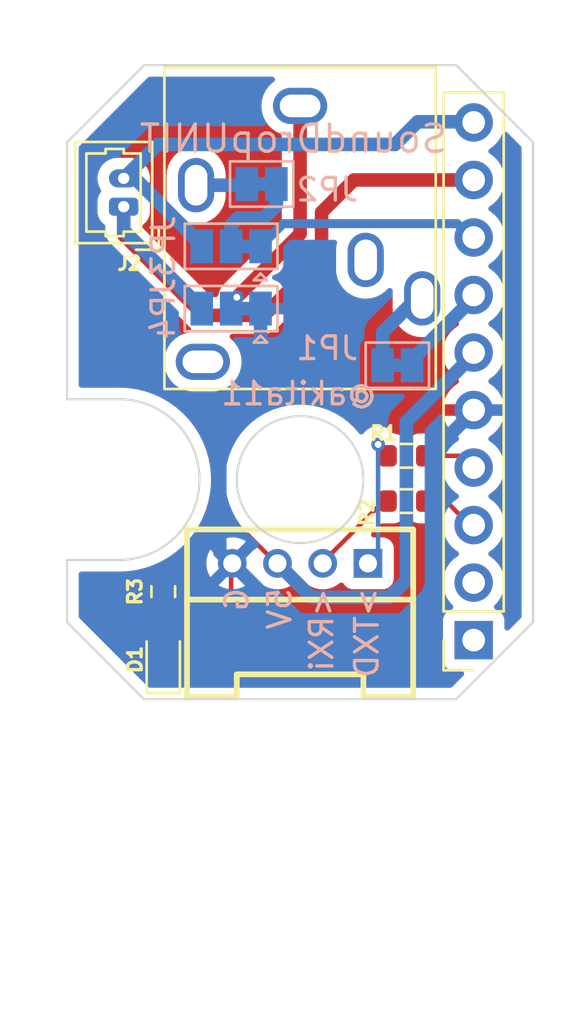
<source format=kicad_pcb>
(kicad_pcb (version 20211014) (generator pcbnew)
  (layers (0 "F.Cu" signal) (31 "B.Cu" signal) (34 "B.Paste" user) (35 "F.Paste" user) (36 "B.SilkS" user "B.Silkscreen") (37 "F.SilkS" user "F.Silkscreen") (38 "B.Mask" user) (39 "F.Mask" user) (44 "Edge.Cuts" user))
  (net 0 "")
  (net 1 "+5V")
  (net 2 "GND")
  (net 3 "Net-(CN1-Pad1)")
  (net 4 "Net-(CN1-Pad2)")
  (net 5 "/OL")
  (net 6 "/BUSY")
  (net 7 "/RX")
  (net 8 "/TX")
  (net 9 "/DACR")
  (net 10 "/DACL")
  (net 11 "/SPK-")
  (net 12 "/SPK+")
  (net 13 "Net-(J3-PadS)")
  (net 14 "Net-(JP2-Pad1)")
  (net 15 "Net-(J3-PadT)")
  (net 16 "Net-(D1-Pad2)")
  (net 17 "Net-(J3-PadG)")
  (footprint "akita:CON_GROVE_H" (layer "F.Cu") (at 10.3 22 180)
    (fp_text reference "CN1" hide)
    (fp_text value "CON_GROVE")
    (fp_line (start 2.8 -4.9) (end 2.8 -5.9) (layer "F.SilkS") (width 0.254))
    (fp_line (start -5 -5.9) (end -5 -1.6) (layer "F.SilkS") (width 0.254))
    (fp_line (start -2.8 -5.9) (end -2.8 -4.9) (layer "F.SilkS") (width 0.254))
    (fp_line (start -5 -1.6) (end 5 -1.6) (layer "F.SilkS") (width 0.254))
    (fp_line (start -5 -5.9) (end -2.8 -5.9) (layer "F.SilkS") (width 0.254))
    (fp_line (start 5 -1.6) (end 5 -5.9) (layer "F.SilkS") (width 0.254))
    (fp_line (start -5 1.5) (end 5 1.5) (layer "F.SilkS") (width 0.254))
    (fp_line (start -5 -1.6) (end -5 1.5) (layer "F.SilkS") (width 0.254))
    (fp_line (start -5 -1) (end -5 1) (layer "F.SilkS") (width 0.127))
    (fp_line (start 5 1.5) (end 5 -1.6) (layer "F.SilkS") (width 0.254))
    (fp_line (start -2.8 -4.9) (end 2.8 -4.9) (layer "F.SilkS") (width 0.254))
    (fp_line (start 2.8 -5.9) (end 5 -5.9) (layer "F.SilkS") (width 0.254))
    (pad "1" thru_hole rect (at -3 0 180) (size 1.27 1.27) (drill 0.8) (layers *.Cu *.Mask) (net 3 "Net-(CN1-Pad1)"))
    (pad "2" thru_hole circle (at -1 0 180) (size 1.27 1.27) (drill 0.8) (layers *.Cu *.Mask) (net 4 "Net-(CN1-Pad2)"))
    (pad "3" thru_hole circle (at 1 0 180) (size 1.27 1.27) (drill 0.8) (layers *.Cu *.Mask) (net 1 "+5V"))
    (pad "4" thru_hole circle (at 3 0 180) (size 1.27 1.27) (drill 0.8) (layers *.Cu *.Mask) (net 2 "GND"))
  )
  (footprint "Connector_PinSocket_2.54mm:PinSocket_1x10_P2.54mm_Vertical" (layer "F.Cu") (at 17.975 25.39 180)
    (fp_text reference "J1" hide)
    (fp_text value "Conn_01x10")
    (fp_line (start 1.33 -1.33) (end 1.33 0) (layer "F.SilkS") (width 0.12))
    (fp_line (start 0 -1.33) (end 1.33 -1.33) (layer "F.SilkS") (width 0.12))
    (fp_line (start -1.33 24.19) (end 1.33 24.19) (layer "F.SilkS") (width 0.12))
    (fp_line (start -1.33 1.27) (end 1.33 1.27) (layer "F.SilkS") (width 0.12))
    (fp_line (start -1.33 1.27) (end -1.33 24.19) (layer "F.SilkS") (width 0.12))
    (fp_line (start 1.33 1.27) (end 1.33 24.19) (layer "F.SilkS") (width 0.12))
    (pad "1" thru_hole rect locked (at 0 0 180) (size 1.7 1.7) (drill 1) (layers *.Cu *.Mask) (net 5 "/OL"))
    (pad "2" thru_hole oval locked (at 0 2.54 180) (size 1.7 1.7) (drill 1) (layers *.Cu *.Mask) (net 6 "/BUSY"))
    (pad "3" thru_hole oval locked (at 0 5.08 180) (size 1.7 1.7) (drill 1) (layers *.Cu *.Mask) (net 7 "/RX"))
    (pad "4" thru_hole oval locked (at 0 7.62 180) (size 1.7 1.7) (drill 1) (layers *.Cu *.Mask) (net 8 "/TX"))
    (pad "5" thru_hole oval locked (at 0 10.16 180) (size 1.7 1.7) (drill 1) (layers *.Cu *.Mask) (net 2 "GND"))
    (pad "6" thru_hole oval locked (at 0 12.7 180) (size 1.7 1.7) (drill 1) (layers *.Cu *.Mask) (net 1 "+5V"))
    (pad "7" thru_hole oval locked (at 0 15.24 180) (size 1.7 1.7) (drill 1) (layers *.Cu *.Mask) (net 9 "/DACR"))
    (pad "8" thru_hole oval locked (at 0 17.78 180) (size 1.7 1.7) (drill 1) (layers *.Cu *.Mask) (net 10 "/DACL"))
    (pad "9" thru_hole oval locked (at 0 20.32 180) (size 1.7 1.7) (drill 1) (layers *.Cu *.Mask) (net 11 "/SPK-"))
    (pad "10" thru_hole oval locked (at 0 22.86 180) (size 1.7 1.7) (drill 1) (layers *.Cu *.Mask) (net 12 "/SPK+"))
  )
  (footprint "Resistor_SMD:R_0603_1608Metric" (layer "F.Cu") (at 15 19.25)
    (fp_text reference "R2" (at -1.75 0.5 270) (layer "F.SilkS") (effects (font (size 0.6 0.6))))
    (fp_text value "1k")
    (fp_line (start -0.237258 -0.5225) (end 0.237258 -0.5225) (layer "F.SilkS") (width 0.12))
    (fp_line (start -0.237258 0.5225) (end 0.237258 0.5225) (layer "F.SilkS") (width 0.12))
    (pad "1" smd roundrect locked (at -0.825 0) (size 0.8 0.95) (layers "F.Cu" "F.Paste" "F.Mask") (net 4 "Net-(CN1-Pad2)"))
    (pad "2" smd roundrect locked (at 0.825 0) (size 0.8 0.95) (layers "F.Cu" "F.Paste" "F.Mask") (net 7 "/RX"))
  )
  (footprint "Connector_Molex:Molex_PicoBlade_53047-0210_1x02_P1.25mm_Vertical" (layer "F.Cu") (at 2.5 6.25 90)
    (fp_text reference "J2" (at -2.5 0.25 180) (layer "F.SilkS") (effects (font (size 0.6 0.6))))
    (fp_text value "Conn_01x02")
    (fp_line (start 2.55 0) (end 2.55 -0.8) (layer "F.SilkS") (width 0.12))
    (fp_line (start 2.35 0) (end 2.55 0) (layer "F.SilkS") (width 0.12))
    (fp_line (start -1.1 0) (end -1.3 0) (layer "F.SilkS") (width 0.12))
    (fp_line (start 2.55 -0.8) (end 2.35 -0.8) (layer "F.SilkS") (width 0.12))
    (fp_line (start 0.625 0.75) (end 2.35 0.75) (layer "F.SilkS") (width 0.12))
    (fp_line (start -1.3 -0.8) (end -1.1 -0.8) (layer "F.SilkS") (width 0.12))
    (fp_line (start 0.625 0.75) (end -1.1 0.75) (layer "F.SilkS") (width 0.12))
    (fp_line (start 2.35 -1.65) (end 0.625 -1.65) (layer "F.SilkS") (width 0.12))
    (fp_line (start -1.1 -0.8) (end -1.1 -1.65) (layer "F.SilkS") (width 0.12))
    (fp_line (start 2.35 -0.8) (end 2.35 -1.65) (layer "F.SilkS") (width 0.12))
    (fp_line (start -1.9 1.55) (end -1.9 0.55) (layer "F.SilkS") (width 0.12))
    (fp_line (start -1.61 -2.16) (end -1.61 1.26) (layer "F.SilkS") (width 0.12))
    (fp_line (start 2.86 -2.16) (end -1.61 -2.16) (layer "F.SilkS") (width 0.12))
    (fp_line (start -1.61 1.26) (end 2.86 1.26) (layer "F.SilkS") (width 0.12))
    (fp_line (start 2.86 1.26) (end 2.86 -2.16) (layer "F.SilkS") (width 0.12))
    (fp_line (start 2.35 0.75) (end 2.35 0) (layer "F.SilkS") (width 0.12))
    (fp_line (start -1.1 0.75) (end -1.1 0) (layer "F.SilkS") (width 0.12))
    (fp_line (start -1.3 0) (end -1.3 -0.8) (layer "F.SilkS") (width 0.12))
    (fp_line (start -1.9 1.55) (end -0.9 1.55) (layer "F.SilkS") (width 0.12))
    (fp_line (start -1.1 -1.65) (end 0.625 -1.65) (layer "F.SilkS") (width 0.12))
    (pad "1" thru_hole roundrect locked (at 0 0 90) (size 0.8 1.3) (drill 0.5) (layers *.Cu *.Mask) (net 11 "/SPK-"))
    (pad "2" thru_hole oval locked (at 1.25 0 90) (size 0.8 1.3) (drill 0.5) (layers *.Cu *.Mask) (net 12 "/SPK+"))
  )
  (footprint "akita:CON_AJ-1780" (layer "F.Cu") (at 10.3 7.2 -90)
    (fp_text reference "J3" hide)
    (fp_text value "AudioJack2_Ground_Switch")
    (fp_rect (start -7.1 -6) (end 7.1 6) (layer "F.SilkS") (width 0.12) (fill none))
    (pad "G" thru_hole oval (at -5.4 0) (size 2.4 1.6) (drill oval 1.8 1) (layers *.Cu *.Mask) (net 17 "Net-(J3-PadG)"))
    (pad "S" thru_hole oval (at 3.1 -5.4 270) (size 2.4 1.6) (drill oval 1.8 1) (layers *.Cu *.Mask) (net 13 "Net-(J3-PadS)"))
    (pad "SN" thru_hole oval (at 1.4 -2.9 270) (size 2.4 1.6) (drill oval 1.8 1) (layers *.Cu *.Mask))
    (pad "T" thru_hole oval (at -1.9 4.6 270) (size 2.4 1.6) (drill oval 1.8 1) (layers *.Cu *.Mask) (net 15 "Net-(J3-PadT)"))
    (pad "TN" thru_hole oval (at 5.9 4.3 180) (size 2.4 1.6) (drill oval 1.8 1) (layers *.Cu *.Mask))
  )
  (footprint "LED_SMD:LED_0603_1608Metric" (layer "F.Cu") (at 4.25 26.25 90)
    (fp_text reference "D1" (at 0 -1.25 90) (layer "F.SilkS") (effects (font (size 0.6 0.6))))
    (fp_text value "LED")
    (fp_line (start -1.485 0.735) (end 0.8 0.735) (layer "F.SilkS") (width 0.12))
    (fp_line (start -1.485 -0.735) (end -1.485 0.735) (layer "F.SilkS") (width 0.12))
    (fp_line (start 0.8 -0.735) (end -1.485 -0.735) (layer "F.SilkS") (width 0.12))
    (pad "1" smd roundrect locked (at -0.7875 0 90) (size 0.875 0.95) (layers "F.Cu" "F.Paste" "F.Mask") (net 2 "GND"))
    (pad "2" smd roundrect locked (at 0.7875 0 90) (size 0.875 0.95) (layers "F.Cu" "F.Paste" "F.Mask") (net 16 "Net-(D1-Pad2)"))
  )
  (footprint "Resistor_SMD:R_0603_1608Metric" (layer "F.Cu") (at 4.25 23.25 90)
    (fp_text reference "R3" (at 0 -1.25 90) (layer "F.SilkS") (effects (font (size 0.6 0.6))))
    (fp_text value "1k")
    (fp_line (start -0.237258 0.5225) (end 0.237258 0.5225) (layer "F.SilkS") (width 0.12))
    (fp_line (start -0.237258 -0.5225) (end 0.237258 -0.5225) (layer "F.SilkS") (width 0.12))
    (pad "1" smd roundrect locked (at -0.825 0 90) (size 0.8 0.95) (layers "F.Cu" "F.Paste" "F.Mask") (net 16 "Net-(D1-Pad2)"))
    (pad "2" smd roundrect locked (at 0.825 0 90) (size 0.8 0.95) (layers "F.Cu" "F.Paste" "F.Mask") (net 1 "+5V"))
  )
  (footprint "Resistor_SMD:R_0603_1608Metric" (layer "F.Cu") (at 15 17.25)
    (fp_text reference "R1" (at -1 -1 180) (layer "F.SilkS") (effects (font (size 0.6 0.6))))
    (fp_text value "1k")
    (fp_line (start -0.237258 -0.5225) (end 0.237258 -0.5225) (layer "F.SilkS") (width 0.12))
    (fp_line (start -0.237258 0.5225) (end 0.237258 0.5225) (layer "F.SilkS") (width 0.12))
    (pad "1" smd roundrect locked (at -0.825 0) (size 0.8 0.95) (layers "F.Cu" "F.Paste" "F.Mask") (net 3 "Net-(CN1-Pad1)"))
    (pad "2" smd roundrect locked (at 0.825 0) (size 0.8 0.95) (layers "F.Cu" "F.Paste" "F.Mask") (net 8 "/TX"))
  )
  (footprint "Jumper:SolderJumper-2_P1.3mm_Bridged_Pad1.0x1.5mm" (layer "B.Cu") (at 14.6 13.25 180)
    (fp_text reference "JP1" (at 3.1 0.75 180) (layer "B.SilkS") (effects (justify mirror)))
    (fp_text value "Jumper_2_Bridged")
    (fp_poly (pts (xy -0.25 0.3) (xy 0.25 0.3) (xy 0.25 -0.3) (xy -0.25 -0.3)) (layer "B.Cu") (width 0) (fill solid))
    (fp_line (start -1.4 -1) (end -1.4 1) (layer "B.SilkS") (width 0.12))
    (fp_line (start 1.4 -1) (end -1.4 -1) (layer "B.SilkS") (width 0.12))
    (fp_line (start 1.4 1) (end 1.4 -1) (layer "B.SilkS") (width 0.12))
    (fp_line (start -1.4 1) (end 1.4 1) (layer "B.SilkS") (width 0.12))
    (pad "1" smd rect locked (at -0.65 0 180) (size 1 1.5) (layers "B.Cu" "B.Mask") (net 9 "/DACR"))
    (pad "2" smd rect locked (at 0.65 0 180) (size 1 1.5) (layers "B.Cu" "B.Mask") (net 13 "Net-(J3-PadS)"))
  )
  (footprint "Jumper:SolderJumper-3_P1.3mm_Bridged12_Pad1.0x1.5mm" (layer "B.Cu") (at 7.25 10.75 180)
    (fp_text reference "JP4" (at 3 0 90) (layer "B.SilkS") (effects (justify mirror)))
    (fp_text value "SolderJumper_3_Bridged12")
    (fp_poly (pts (xy -0.9 0.3) (xy -0.4 0.3) (xy -0.4 -0.3) (xy -0.9 -0.3)) (layer "B.Cu") (width 0) (fill solid))
    (fp_line (start -2.05 1) (end 2.05 1) (layer "B.SilkS") (width 0.12))
    (fp_line (start -2.05 -1) (end -2.05 1) (layer "B.SilkS") (width 0.12))
    (fp_line (start -1.3 -1.2) (end -1.6 -1.5) (layer "B.SilkS") (width 0.12))
    (fp_line (start -1.6 -1.5) (end -1 -1.5) (layer "B.SilkS") (width 0.12))
    (fp_line (start 2.05 1) (end 2.05 -1) (layer "B.SilkS") (width 0.12))
    (fp_line (start 2.05 -1) (end -2.05 -1) (layer "B.SilkS") (width 0.12))
    (fp_line (start -1.3 -1.2) (end -1 -1.5) (layer "B.SilkS") (width 0.12))
    (pad "1" smd rect locked (at -1.3 0 180) (size 1 1.5) (layers "B.Cu" "B.Mask") (net 2 "GND"))
    (pad "2" smd rect locked (at 0 0 180) (size 1 1.5) (layers "B.Cu" "B.Mask") (net 17 "Net-(J3-PadG)"))
    (pad "3" smd rect locked (at 1.3 0 180) (size 1 1.5) (layers "B.Cu" "B.Mask") (net 11 "/SPK-"))
  )
  (footprint "Jumper:SolderJumper-2_P1.3mm_Bridged_Pad1.0x1.5mm" (layer "B.Cu") (at 8.6 5.25 180)
    (fp_text reference "JP2" (at -2.9 -0.25 180) (layer "B.SilkS") (effects (justify mirror)))
    (fp_text value "Jumper_2_Bridged")
    (fp_poly (pts (xy -0.25 0.3) (xy 0.25 0.3) (xy 0.25 -0.3) (xy -0.25 -0.3)) (layer "B.Cu") (width 0) (fill solid))
    (fp_line (start 1.4 1) (end 1.4 -1) (layer "B.SilkS") (width 0.12))
    (fp_line (start -1.4 -1) (end -1.4 1) (layer "B.SilkS") (width 0.12))
    (fp_line (start 1.4 -1) (end -1.4 -1) (layer "B.SilkS") (width 0.12))
    (fp_line (start -1.4 1) (end 1.4 1) (layer "B.SilkS") (width 0.12))
    (pad "1" smd rect locked (at -0.65 0 180) (size 1 1.5) (layers "B.Cu" "B.Mask") (net 14 "Net-(JP2-Pad1)"))
    (pad "2" smd rect locked (at 0.65 0 180) (size 1 1.5) (layers "B.Cu" "B.Mask") (net 15 "Net-(J3-PadT)"))
  )
  (footprint "Jumper:SolderJumper-3_P1.3mm_Bridged12_Pad1.0x1.5mm" (layer "B.Cu") (at 7.25 8 180)
    (fp_text reference "JP3" (at 3 0 90) (layer "B.SilkS") (effects (justify mirror)))
    (fp_text value "SolderJumper_3_Bridged12")
    (fp_poly (pts (xy -0.9 0.3) (xy -0.4 0.3) (xy -0.4 -0.3) (xy -0.9 -0.3)) (layer "B.Cu") (width 0) (fill solid))
    (fp_line (start -2.05 -1) (end -2.05 1) (layer "B.SilkS") (width 0.12))
    (fp_line (start 2.05 -1) (end -2.05 -1) (layer "B.SilkS") (width 0.12))
    (fp_line (start -2.05 1) (end 2.05 1) (layer "B.SilkS") (width 0.12))
    (fp_line (start -1.3 -1.2) (end -1.6 -1.5) (layer "B.SilkS") (width 0.12))
    (fp_line (start 2.05 1) (end 2.05 -1) (layer "B.SilkS") (width 0.12))
    (fp_line (start -1.3 -1.2) (end -1 -1.5) (layer "B.SilkS") (width 0.12))
    (fp_line (start -1.6 -1.5) (end -1 -1.5) (layer "B.SilkS") (width 0.12))
    (pad "1" smd rect locked (at -1.3 0 180) (size 1 1.5) (layers "B.Cu" "B.Mask") (net 10 "/DACL"))
    (pad "2" smd rect locked (at 0 0 180) (size 1 1.5) (layers "B.Cu" "B.Mask") (net 14 "Net-(JP2-Pad1)"))
    (pad "3" smd rect locked (at 1.3 0 180) (size 1 1.5) (layers "B.Cu" "B.Mask") (net 12 "/SPK+"))
  )
  (gr_line (start 0 14.76) (end 0 3.4) (layer "Edge.Cuts") (width 0.1))
  (gr_line (start 0 21.85) (end 0 24.6) (layer "Edge.Cuts") (width 0.1))
  (gr_line (start 3.4 0) (end 17.2 0) (layer "Edge.Cuts") (width 0.1))
  (gr_line (start 0 3.4) (end 3.4 0) (layer "Edge.Cuts") (width 0.1))
  (gr_line (start 0 24.6) (end 3.4 28) (layer "Edge.Cuts") (width 0.1))
  (gr_line (start 3.4 28) (end 17.2 28) (layer "Edge.Cuts") (width 0.1))
  (gr_line (start 20.6 3.4) (end 17.2 0) (layer "Edge.Cuts") (width 0.1))
  (gr_circle (center 10.3 18.3) (end 13.1 18.3) (layer "Edge.Cuts") (width 0.1) (fill none))
  (gr_line (start 0 21.85) (end 2.3 21.85) (layer "Edge.Cuts") (width 0.1))
  (gr_line (start 0 14.75) (end 2.3 14.75) (layer "Edge.Cuts") (width 0.1))
  (gr_line (start 20.6 24.6) (end 20.6 3.4) (layer "Edge.Cuts") (width 0.1))
  (gr_line (start 17.2 28) (end 20.6 24.6) (layer "Edge.Cuts") (width 0.1))
  (gr_arc (start 2.3 14.75) (mid 5.85 18.3) (end 2.3 21.85) (layer "Edge.Cuts") (width 0.1))
  (gr_text "5V" (at 9.4 23 90) (layer "B.SilkS") (effects (font (size 1 1)) (justify left mirror)))
  (gr_text "G" (at 7.5 23 90) (layer "B.SilkS") (effects (font (size 1 1)) (justify left mirror)))
  (gr_text "<RXi" (at 11.25 23 90) (layer "B.SilkS") (effects (font (size 1 1)) (justify left mirror)))
  (gr_text "SoundDropUNIT\n" (at 10 3.25) (layer "B.SilkS") (effects (font (size 1.2 1.2)) (justify mirror)))
  (gr_text "@akita11" (at 10.25 14.5) (layer "B.SilkS") (effects (font (size 1 1)) (justify mirror)))
  (gr_text ">TXD\n" (at 13.25 23 90) (layer "B.SilkS") (effects (font (size 1 1)) (justify left mirror)))
  (segment (start 4.25 22.425) (end 5.925 20.75) (width 0.2) (layer "F.Cu") (net 1))
  (segment (start 5.925 20.75) (end 8 20.75) (width 0.2) (layer "F.Cu") (net 1))
  (segment (start 8 20.75) (end 9.25 22) (width 0.2) (layer "F.Cu") (net 1))
  (segment (start 9.3 22) (end 10.8 23.5) (width 0.6) (layer "B.Cu") (net 1))
  (segment (start 14.25 23.5) (end 15 22.75) (width 0.6) (layer "B.Cu") (net 1))
  (segment (start 10.8 23.5) (end 14.25 23.5) (width 0.6) (layer "B.Cu") (net 1))
  (segment (start 15 22.75) (end 15 15.75) (width 0.6) (layer "B.Cu") (net 1))
  (segment (start 15 15.75) (end 18 12.75) (width 0.6) (layer "B.Cu") (net 1))
  (segment (start 4.25 27.0375) (end 7.25 24.0375) (width 0.2) (layer "F.Cu") (net 2))
  (segment (start 7.25 24.0375) (end 7.25 22.25) (width 0.2) (layer "F.Cu") (net 2))
  (segment (start 15.130692 24.5) (end 16.25 23.380692) (width 0.6) (layer "B.Cu") (net 2))
  (segment (start 8.55 14.95) (end 6.75 16.75) (width 0.6) (layer "B.Cu") (net 2))
  (segment (start 16.25 23.380692) (end 16.25 17) (width 0.6) (layer "B.Cu") (net 2))
  (segment (start 7.3 22) (end 9.8 24.5) (width 0.6) (layer "B.Cu") (net 2))
  (segment (start 9.8 24.5) (end 15.130692 24.5) (width 0.6) (layer "B.Cu") (net 2))
  (segment (start 8.55 10.75) (end 8.55 14.95) (width 0.6) (layer "B.Cu") (net 2))
  (segment (start 6.75 16.75) (end 6.75 21.5) (width 0.6) (layer "B.Cu") (net 2))
  (segment (start 6.75 21.5) (end 7.25 22) (width 0.6) (layer "B.Cu") (net 2))
  (segment (start 16.25 17) (end 18 15.25) (width 0.6) (layer "B.Cu") (net 2))
  (segment (start 14.175 17.175) (end 13.75 16.75) (width 0.2) (layer "F.Cu") (net 3))
  (segment (start 14.175 17.25) (end 14.175 17.175) (width 0.2) (layer "F.Cu") (net 3))
  (via (at 13.75 16.75) (size 0.6) (drill 0.3) (layers "F.Cu" "B.Cu") (net 3))
  (segment (start 13.75 21.5) (end 13.25 22) (width 0.2) (layer "B.Cu") (net 3))
  (segment (start 13.75 16.75) (end 13.75 21.5) (width 0.2) (layer "B.Cu") (net 3))
  (segment (start 14.175 19.25) (end 14 19.25) (width 0.2) (layer "F.Cu") (net 4))
  (segment (start 14 19.25) (end 11.25 22) (width 0.2) (layer "F.Cu") (net 4))
  (segment (start 18 25) (end 17.75 25.25) (width 0.2) (layer "F.Cu") (net 5))
  (segment (start 17.75 25.25) (end 17.75 25.5) (width 0.2) (layer "F.Cu") (net 5))
  (segment (start 18.075 25) (end 18 25) (width 0.2) (layer "F.Cu") (net 5))
  (segment (start 18 23) (end 17.75 23.25) (width 0.2) (layer "F.Cu") (net 6))
  (segment (start 18.075 23) (end 18 23) (width 0.2) (layer "F.Cu") (net 6))
  (segment (start 15.825 19.25) (end 16.75 19.25) (width 0.2) (layer "F.Cu") (net 7))
  (segment (start 16.75 19.25) (end 18 20.5) (width 0.2) (layer "F.Cu") (net 7))
  (segment (start 17.5 17.25) (end 18 17.75) (width 0.2) (layer "F.Cu") (net 8))
  (segment (start 15.825 17.25) (end 17.5 17.25) (width 0.2) (layer "F.Cu") (net 8))
  (segment (start 15.25 13.25) (end 15.25 13) (width 0.6) (layer "B.Cu") (net 9))
  (segment (start 15.25 13) (end 18 10.25) (width 0.6) (layer "B.Cu") (net 9))
  (segment (start 17.25048 7.00048) (end 18 7.75) (width 0.4) (layer "B.Cu") (net 10))
  (segment (start 8.55 8) (end 9.54952 7.00048) (width 0.4) (layer "B.Cu") (net 10))
  (segment (start 9.54952 7.00048) (end 17.25048 7.00048) (width 0.4) (layer "B.Cu") (net 10))
  (segment (start 6.04952 11.04952) (end 2.5 7.5) (width 0.6) (layer "F.Cu") (net 11))
  (segment (start 11.25 8.5) (end 8.70048 11.04952) (width 0.6) (layer "F.Cu") (net 11))
  (segment (start 2.5 7.5) (end 2.5 6.25) (width 0.6) (layer "F.Cu") (net 11))
  (segment (start 12.68 5.07) (end 11.25 6.5) (width 0.6) (layer "F.Cu") (net 11))
  (segment (start 17.975 5.07) (end 12.68 5.07) (width 0.6) (layer "F.Cu") (net 11))
  (segment (start 11.25 6.5) (end 11.25 8.5) (width 0.6) (layer "F.Cu") (net 11))
  (segment (start 8.70048 11.04952) (end 6.04952 11.04952) (width 0.6) (layer "F.Cu") (net 11))
  (segment (start 2.5 7.3) (end 2.5 6.5) (width 0.6) (layer "B.Cu") (net 11))
  (segment (start 5.95 10.75) (end 2.5 7.3) (width 0.6) (layer "B.Cu") (net 11))
  (segment (start 4 3.5) (end 14.5 3.5) (width 0.6) (layer "B.Cu") (net 12))
  (segment (start 3 5) (end 6 8) (width 0.6) (layer "B.Cu") (net 12))
  (segment (start 2.5 5) (end 4 3.5) (width 0.6) (layer "B.Cu") (net 12))
  (segment (start 14.5 3.5) (end 15.5 2.5) (width 0.6) (layer "B.Cu") (net 12))
  (segment (start 15.5 2.5) (end 18 2.5) (width 0.6) (layer "B.Cu") (net 12))
  (segment (start 2.5 5) (end 3 5) (width 0.6) (layer "B.Cu") (net 12))
  (segment (start 13.95 11.8) (end 15.5 10.25) (width 0.6) (layer "B.Cu") (net 13))
  (segment (start 13.95 13.25) (end 13.95 11.8) (width 0.6) (layer "B.Cu") (net 13))
  (segment (start 8.699022 6.75) (end 9.25 6.199022) (width 0.6) (layer "B.Cu") (net 14))
  (segment (start 7.25 7.050978) (end 7.550978 6.75) (width 0.6) (layer "B.Cu") (net 14))
  (segment (start 7.550978 6.75) (end 8.699022 6.75) (width 0.6) (layer "B.Cu") (net 14))
  (segment (start 7.25 8) (end 7.25 7.050978) (width 0.6) (layer "B.Cu") (net 14))
  (segment (start 9.25 6.199022) (end 9.25 5.25) (width 0.6) (layer "B.Cu") (net 14))
  (segment (start 5.7 5.3) (end 7.7 5.3) (width 0.6) (layer "B.Cu") (net 15))
  (segment (start 7.7 5.3) (end 7.75 5.25) (width 0.6) (layer "B.Cu") (net 15))
  (segment (start 4.25 24.075) (end 4.25 25.25) (width 0.2) (layer "F.Cu") (net 16))
  (segment (start 4.25 25.25) (end 4.5 25.5) (width 0.2) (layer "F.Cu") (net 16))
  (segment (start 10.3 1.8) (end 10.3 7.45) (width 0.6) (layer "F.Cu") (net 17))
  (segment (start 10.3 7.45) (end 7.5 10.25) (width 0.6) (layer "F.Cu") (net 17))
  (via (at 7.5 10.25) (size 0.6) (drill 0.3) (layers "F.Cu" "B.Cu") (net 17))
  (zone (net 2) (net_name "GND") (layers F&B.Cu) (connect_pads (clearance 0.508)) (min_thickness 0.254) (fill yes (thermal_gap 0.508) (thermal_bridge_width 0.508))
    (polygon (pts (xy 20.6 28) (xy 0 28) (xy 0 0) (xy 20.6 0)))
  )
)
</source>
